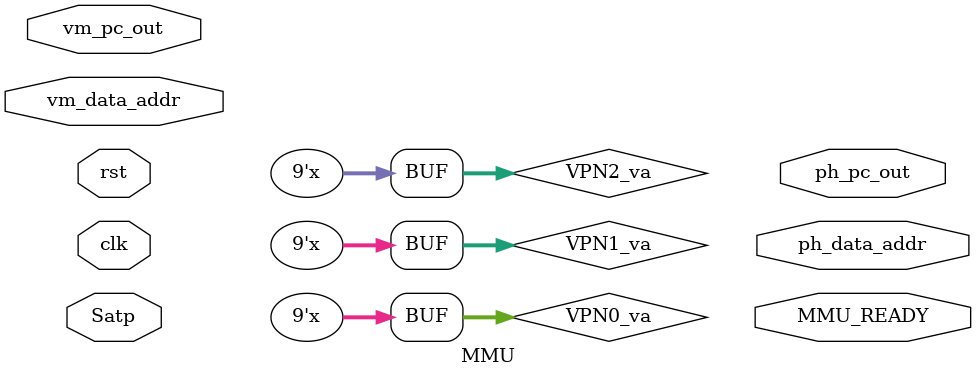
<source format=v>
`timescale 1ns / 1ps
module MMU(
    input clk,
    input rst,
    input [63:0] Satp,
    input [63:0] vm_pc_out,
    input [63:0] vm_data_addr,
    output MMU_READY,
    output [63:0] ph_data_addr,
    output [63:0] ph_pc_out
);
    `include "MEM_ACCESS_SIZE.vh"
    wire [8:0] VPN0_va;
    wire [8:0] VPN1_va;
    wire [8:0] VPN2_va;
    assign VPN0_va = (vm_addr[20:12] & 9'h1ff);
    assign VPN1_va = (vm_addr[29:21] & 9'h1ff);
    assign VPN2_va = (vm_addr[38:30] & 9'h1ff);

    wire [63:0] PPN2;
    wire [63:0] PPN1;
    wire [63:0] PPN0;
    reg [14:0] address_in;
    reg [2:0] status;

    myRam my_ram
    (
        .clk(clk),
        .we(0),
        .size(3'b101),
        .write_data(64'h0),
        .address({Satp[1:0], VPN2_va[8:0]}),
        .read_data(PPN2)
    );
    assign ph_addr = (Satp[63:60] == 4'b1000) ? {8'b0, PPN0[53:10], vm_addr[11:0]} : vm_addr;
endmodule
</source>
